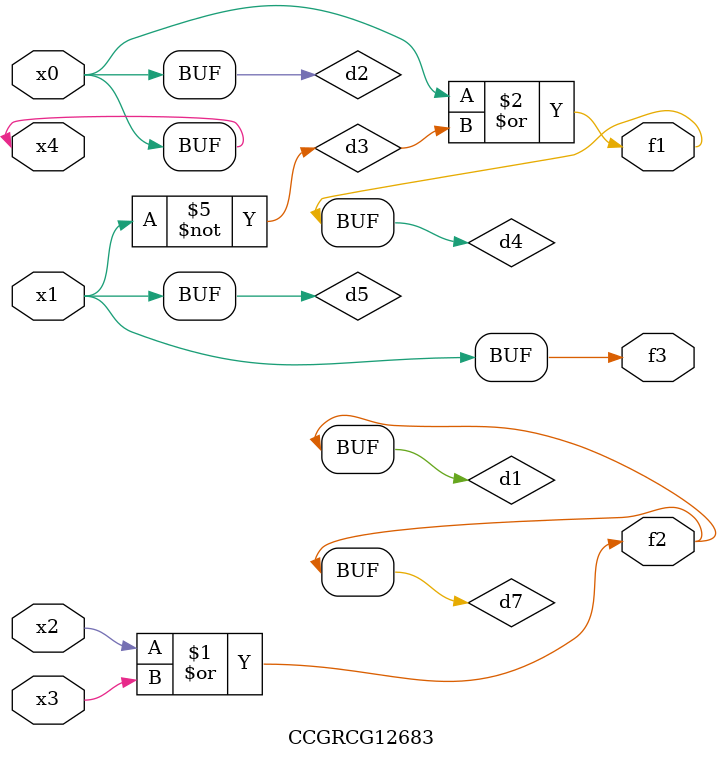
<source format=v>
module CCGRCG12683(
	input x0, x1, x2, x3, x4,
	output f1, f2, f3
);

	wire d1, d2, d3, d4, d5, d6, d7;

	or (d1, x2, x3);
	buf (d2, x0, x4);
	not (d3, x1);
	or (d4, d2, d3);
	not (d5, d3);
	nand (d6, d1, d3);
	or (d7, d1);
	assign f1 = d4;
	assign f2 = d7;
	assign f3 = d5;
endmodule

</source>
